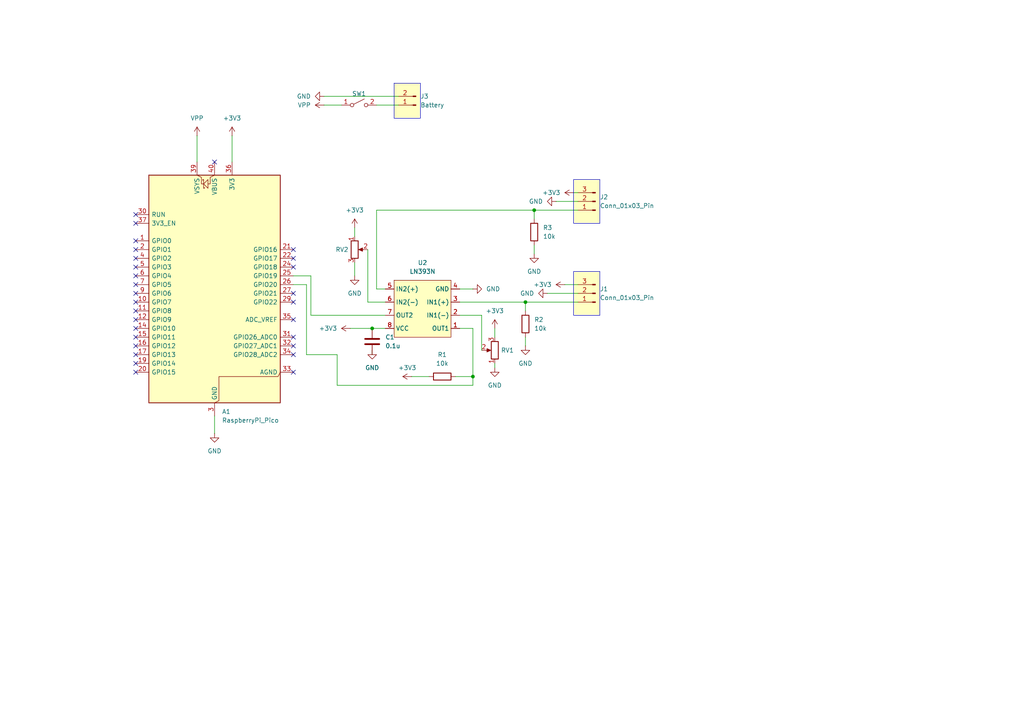
<source format=kicad_sch>
(kicad_sch (version 20250114) (generator "eeschema") (generator_version "9.0")
  (paper "A4")
  (lib_symbols
    (symbol "Connector:Conn_01x02_Pin" (pin_names (offset 1.016) (hide yes))
      (property "Reference" "J3" (at -1.27 -2.5401 0))
      (property "Value" "Battery" (at -1.27 -0.0001 0))
      (symbol "Conn_01x02_Pin_1_1"
        (rectangle (start 0.8636 0.127) (end 0 -0.127) (stroke (width 0.1524)) (fill (type outline)))
        (rectangle (start 0.8636 -2.413) (end 0 -2.667) (stroke (width 0.1524)) (fill (type outline)))
        (polyline (pts (xy 1.27 0) (xy 0.8636 0)) (stroke (width 0.1524)))
        (polyline (pts (xy 1.27 -2.54) (xy 0.8636 -2.54)) (stroke (width 0.1524)))
        (pin power_out line (at 5.08 0 180) (length 3.81) (name "Pin_1") (number "1"))
        (pin input line (at 5.08 -2.54 180) (length 3.81) (name "Pin_2") (number "2"))
      )
    )
    (symbol "Connector:Conn_01x03_Pin" (pin_names (offset 1.016) (hide yes))
      (property "Reference" "J" (at 0 5.08 0))
      (property "Value" "Conn_01x03_Pin" (at 0 -5.08 0))
      (symbol "Conn_01x03_Pin_1_1"
        (rectangle (start 0.8636 2.667) (end 0 2.413) (stroke (width 0.1524)) (fill (type outline)))
        (rectangle (start 0.8636 0.127) (end 0 -0.127) (stroke (width 0.1524)) (fill (type outline)))
        (rectangle (start 0.8636 -2.413) (end 0 -2.667) (stroke (width 0.1524)) (fill (type outline)))
        (polyline (pts (xy 1.27 2.54) (xy 0.8636 2.54)) (stroke (width 0.1524)))
        (polyline (pts (xy 1.27 0) (xy 0.8636 0)) (stroke (width 0.1524)))
        (polyline (pts (xy 1.27 -2.54) (xy 0.8636 -2.54)) (stroke (width 0.1524)))
        (pin passive line (at 5.08 2.54 180) (length 3.81) (name "Pin_1") (number "1"))
        (pin passive line (at 5.08 0 180) (length 3.81) (name "Pin_2") (number "2"))
        (pin passive line (at 5.08 -2.54 180) (length 3.81) (name "Pin_3") (number "3"))
      )
    )
    (symbol "Device:C" (pin_numbers (hide yes)) (pin_names (offset 0.254))
      (property "Reference" "C" (at 0.635 2.54 0))
      (property "Value" "C" (at 0.635 -2.54 0))
      (symbol "C_0_1"
        (polyline (pts (xy -2.032 0.762) (xy 2.032 0.762)) (stroke (width 0.508)))
        (polyline (pts (xy -2.032 -0.762) (xy 2.032 -0.762)) (stroke (width 0.508)))
      )
      (symbol "C_1_1"
        (pin passive line (at 0 3.81 270) (length 2.794) (name "~") (number "1"))
        (pin passive line (at 0 -3.81 90) (length 2.794) (name "~") (number "2"))
      )
    )
    (symbol "Device:R" (pin_numbers (hide yes)) (pin_names (offset 0))
      (property "Reference" "R" (at 2.032 0 90))
      (property "Value" "R" (at 0 0 90))
      (symbol "R_0_1"
        (rectangle (start -1.016 -2.54) (end 1.016 2.54) (stroke (width 0.254)))
      )
      (symbol "R_1_1"
        (pin passive line (at 0 3.81 270) (length 1.27) (name "~") (number "1"))
        (pin passive line (at 0 -3.81 90) (length 1.27) (name "~") (number "2"))
      )
    )
    (symbol "Device:R_Potentiometer" (pin_names (offset 1.016) (hide yes))
      (property "Reference" "RV" (at -4.445 0 90))
      (property "Value" "R_Potentiometer" (at -2.54 0 90))
      (symbol "R_Potentiometer_0_1"
        (rectangle (start 1.016 2.54) (end -1.016 -2.54) (stroke (width 0.254)))
        (polyline (pts (xy 1.143 0) (xy 2.286 0.508) (xy 2.286 -0.508) (xy 1.143 0)) (fill (type outline)))
        (polyline (pts (xy 2.54 0) (xy 1.524 0)))
      )
      (symbol "R_Potentiometer_1_1"
        (pin passive line (at 0 3.81 270) (length 1.27) (name "1") (number "1"))
        (pin passive line (at 0 -3.81 90) (length 1.27) (name "3") (number "3"))
        (pin passive line (at 3.81 0 180) (length 1.27) (name "2") (number "2"))
      )
    )
    (symbol "MCU_Module:RaspberryPi_Pico" (pin_names (offset 0.762))
      (property "Reference" "A" (at -19.05 35.56 0))
      (property "Value" "RaspberryPi_Pico" (at 7.62 35.56 0))
      (symbol "RaspberryPi_Pico_0_1"
        (rectangle (start -19.05 34.29) (end 19.05 -31.75) (stroke (width 0.254)) (fill (type background)))
        (polyline (pts (xy -5.08 34.29) (xy -3.81 33.655) (xy -3.81 31.75) (xy -3.175 31.75)))
        (polyline (pts (xy -3.429 32.766) (xy -3.429 33.02) (xy -3.175 33.02) (xy -3.175 30.48) (xy -2.921 30.48) (xy -2.921 30.734)))
        (polyline (pts (xy -3.175 31.75) (xy -1.905 33.02) (xy -1.905 30.48) (xy -3.175 31.75)))
        (polyline (pts (xy 0 34.29) (xy -1.27 33.655) (xy -1.27 31.75) (xy -1.905 31.75)))
        (polyline (pts (xy 0 -31.75) (xy 1.27 -31.115) (xy 1.27 -24.13) (xy 18.415 -24.13) (xy 19.05 -22.86)))
      )
      (symbol "RaspberryPi_Pico_1_1"
        (pin passive line (at -22.86 22.86 0) (length 3.81) (name "RUN") (number "30"))
        (pin passive line (at -22.86 20.32 0) (length 3.81) (name "3V3_EN") (number "37"))
        (pin bidirectional line (at -22.86 15.24 0) (length 3.81) (name "GPIO0") (number "1"))
        (pin bidirectional line (at -22.86 12.7 0) (length 3.81) (name "GPIO1") (number "2"))
        (pin bidirectional line (at -22.86 10.16 0) (length 3.81) (name "GPIO2") (number "4"))
        (pin bidirectional line (at -22.86 7.62 0) (length 3.81) (name "GPIO3") (number "5"))
        (pin bidirectional line (at -22.86 5.08 0) (length 3.81) (name "GPIO4") (number "6"))
        (pin bidirectional line (at -22.86 2.54 0) (length 3.81) (name "GPIO5") (number "7"))
        (pin bidirectional line (at -22.86 0 0) (length 3.81) (name "GPIO6") (number "9"))
        (pin bidirectional line (at -22.86 -2.54 0) (length 3.81) (name "GPIO7") (number "10"))
        (pin bidirectional line (at -22.86 -5.08 0) (length 3.81) (name "GPIO8") (number "11"))
        (pin bidirectional line (at -22.86 -7.62 0) (length 3.81) (name "GPIO9") (number "12"))
        (pin bidirectional line (at -22.86 -10.16 0) (length 3.81) (name "GPIO10") (number "14"))
        (pin bidirectional line (at -22.86 -12.7 0) (length 3.81) (name "GPIO11") (number "15"))
        (pin bidirectional line (at -22.86 -15.24 0) (length 3.81) (name "GPIO12") (number "16"))
        (pin bidirectional line (at -22.86 -17.78 0) (length 3.81) (name "GPIO13") (number "17"))
        (pin bidirectional line (at -22.86 -20.32 0) (length 3.81) (name "GPIO14") (number "19"))
        (pin bidirectional line (at -22.86 -22.86 0) (length 3.81) (name "GPIO15") (number "20"))
        (pin power_in line (at -5.08 38.1 270) (length 3.81) (name "VSYS") (number "39"))
        (pin power_out line (at 0 38.1 270) (length 3.81) (name "VBUS") (number "40"))
        (pin passive line (at 0 -35.56 90) (length 3.81) (hide yes) (name "GND") (number "13"))
        (pin passive line (at 0 -35.56 90) (length 3.81) (hide yes) (name "GND") (number "18"))
        (pin passive line (at 0 -35.56 90) (length 3.81) (hide yes) (name "GND") (number "23"))
        (pin passive line (at 0 -35.56 90) (length 3.81) (hide yes) (name "GND") (number "28"))
        (pin power_out line (at 0 -35.56 90) (length 3.81) (name "GND") (number "3"))
        (pin passive line (at 0 -35.56 90) (length 3.81) (hide yes) (name "GND") (number "38"))
        (pin passive line (at 0 -35.56 90) (length 3.81) (hide yes) (name "GND") (number "8"))
        (pin power_out line (at 5.08 38.1 270) (length 3.81) (name "3V3") (number "36"))
        (pin bidirectional line (at 22.86 12.7 180) (length 3.81) (name "GPIO16") (number "21"))
        (pin bidirectional line (at 22.86 10.16 180) (length 3.81) (name "GPIO17") (number "22"))
        (pin bidirectional line (at 22.86 7.62 180) (length 3.81) (name "GPIO18") (number "24"))
        (pin bidirectional line (at 22.86 5.08 180) (length 3.81) (name "GPIO19") (number "25"))
        (pin bidirectional line (at 22.86 2.54 180) (length 3.81) (name "GPIO20") (number "26"))
        (pin bidirectional line (at 22.86 0 180) (length 3.81) (name "GPIO21") (number "27"))
        (pin bidirectional line (at 22.86 -2.54 180) (length 3.81) (name "GPIO22") (number "29"))
        (pin power_in line (at 22.86 -7.62 180) (length 3.81) (name "ADC_VREF") (number "35"))
        (pin bidirectional line (at 22.86 -12.7 180) (length 3.81) (name "GPIO26_ADC0") (number "31"))
        (pin bidirectional line (at 22.86 -15.24 180) (length 3.81) (name "GPIO27_ADC1") (number "32"))
        (pin bidirectional line (at 22.86 -17.78 180) (length 3.81) (name "GPIO28_ADC2") (number "34"))
        (pin power_out line (at 22.86 -22.86 180) (length 3.81) (name "AGND") (number "33"))
      )
    )
    (symbol "New_Library:LN393"
      (property "Reference" "U2" (at 1.905 -20.32 0))
      (property "Value" "LN393N" (at 1.905 -17.78 0))
      (symbol "LN393_1_1"
        (rectangle (start -6.35 1.27) (end 10.16 -15.24) (fill (type background)))
        (pin output line (at -8.89 -1.27 0) (length 2.54) (name "OUT1") (number "1"))
        (pin input line (at -8.89 -5.08 0) (length 2.54) (name "IN1(-)") (number "2"))
        (pin input line (at -8.89 -8.89 0) (length 2.54) (name "IN1(+)") (number "3"))
        (pin power_in line (at -8.89 -12.7 0) (length 2.54) (name "GND") (number "4"))
        (pin power_in line (at 12.7 -1.27 180) (length 2.54) (name "VCC") (number "8"))
        (pin output line (at 12.7 -5.08 180) (length 2.54) (name "OUT2") (number "7"))
        (pin input line (at 12.7 -8.89 180) (length 2.54) (name "IN2(-)") (number "6"))
        (pin input line (at 12.7 -12.7 180) (length 2.54) (name "IN2(+)") (number "5"))
      )
    )
    (symbol "Switch:SW_SPST" (pin_names (offset 0) (hide yes))
      (property "Reference" "SW" (at 0 3.175 0))
      (property "Value" "SW_SPST" (at 0 -2.54 0))
      (symbol "SW_SPST_0_0"
        (circle (center -2.032 0) (radius 0.508))
        (polyline (pts (xy -1.524 0.254) (xy 1.524 1.778)))
        (circle (center 2.032 0) (radius 0.508))
      )
      (symbol "SW_SPST_1_1"
        (pin passive line (at -5.08 0 0) (length 2.54) (name "A") (number "1"))
        (pin passive line (at 5.08 0 180) (length 2.54) (name "B") (number "2"))
      )
    )
    (symbol "power:+3V3" (power) (pin_numbers (hide yes)) (pin_names (offset 0) (hide yes))
      (property "Value" "+3V3" (at 0 3.556 0))
      (symbol "+3V3_0_1"
        (polyline (pts (xy -0.762 1.27) (xy 0 2.54)))
        (polyline (pts (xy 0 2.54) (xy 0.762 1.27)))
        (polyline (pts (xy 0 0) (xy 0 2.54)))
      )
      (symbol "+3V3_1_1"
        (pin power_in line (at 0 0 90) (length 0) (name "~") (number "1"))
      )
    )
    (symbol "power:GND" (power) (pin_numbers (hide yes)) (pin_names (offset 0) (hide yes))
      (property "Value" "GND" (at 0 -3.81 0))
      (symbol "GND_0_1"
        (polyline (pts (xy 0 0) (xy 0 -1.27) (xy 1.27 -1.27) (xy 0 -2.54) (xy -1.27 -1.27) (xy 0 -1.27)))
      )
      (symbol "GND_1_1"
        (pin power_in line (at 0 0 270) (length 0) (name "~") (number "1"))
      )
    )
    (symbol "power:VPP" (power) (pin_numbers (hide yes)) (pin_names (offset 0) (hide yes))
      (property "Value" "VPP" (at 0 3.556 0))
      (symbol "VPP_0_1"
        (polyline (pts (xy -0.762 1.27) (xy 0 2.54)))
        (polyline (pts (xy 0 2.54) (xy 0.762 1.27)))
        (polyline (pts (xy 0 0) (xy 0 2.54)))
      )
      (symbol "VPP_1_1"
        (pin power_in line (at 0 0 90) (length 0) (name "~") (number "1"))
      )
    )
  )
  (rectangle (start 114.3 24.13) (end 121.92 34.29) (fill (type color) (color 255 255 194 1)))
  (rectangle (start 166.37 52.07) (end 173.99 64.77) (fill (type color) (color 255 255 194 1)))
  (rectangle (start 166.37 78.74) (end 173.99 91.44) (fill (type color) (color 255 255 194 1)))
  (junction (at 107.95 95.25))
  (junction (at 154.94 60.96))
  (junction (at 152.4 87.63))
  (junction (at 137.16 109.22))
  (no_connect (at 39.37 69.85))
  (no_connect (at 39.37 77.47))
  (no_connect (at 85.09 85.09))
  (no_connect (at 39.37 107.95))
  (no_connect (at 85.09 87.63))
  (no_connect (at 39.37 62.23))
  (no_connect (at 39.37 87.63))
  (no_connect (at 39.37 97.79))
  (no_connect (at 39.37 90.17))
  (no_connect (at 39.37 102.87))
  (no_connect (at 39.37 85.09))
  (no_connect (at 85.09 100.33))
  (no_connect (at 39.37 74.93))
  (no_connect (at 85.09 77.47))
  (no_connect (at 85.09 92.71))
  (no_connect (at 85.09 102.87))
  (no_connect (at 39.37 95.25))
  (no_connect (at 39.37 100.33))
  (no_connect (at 62.23 46.99))
  (no_connect (at 39.37 72.39))
  (no_connect (at 85.09 74.93))
  (no_connect (at 85.09 72.39))
  (no_connect (at 39.37 64.77))
  (no_connect (at 39.37 92.71))
  (no_connect (at 85.09 97.79))
  (no_connect (at 39.37 80.01))
  (no_connect (at 85.09 107.95))
  (no_connect (at 39.37 82.55))
  (no_connect (at 39.37 105.41))
  (wire (pts (xy 137.16 111.76) (xy 137.16 109.22)))
  (wire (pts (xy 152.4 87.63) (xy 152.4 90.17)))
  (wire (pts (xy 143.51 95.25) (xy 143.51 97.79)))
  (wire (pts (xy 154.94 60.96) (xy 154.94 63.5)))
  (wire (pts (xy 166.37 55.88) (xy 167.64 55.88)))
  (wire (pts (xy 90.17 91.44) (xy 90.17 80.01)))
  (wire (pts (xy 139.7 91.44) (xy 139.7 101.6)))
  (wire (pts (xy 97.79 111.76) (xy 137.16 111.76)))
  (wire (pts (xy 137.16 95.25) (xy 133.35 95.25)))
  (wire (pts (xy 93.98 27.94) (xy 115.57 27.94)))
  (wire (pts (xy 107.95 95.25) (xy 111.76 95.25)))
  (wire (pts (xy 158.75 85.09) (xy 167.64 85.09)))
  (wire (pts (xy 67.31 39.37) (xy 67.31 46.99)))
  (wire (pts (xy 62.23 120.65) (xy 62.23 125.73)))
  (wire (pts (xy 152.4 87.63) (xy 167.64 87.63)))
  (wire (pts (xy 133.35 87.63) (xy 152.4 87.63)))
  (wire (pts (xy 102.87 66.04) (xy 102.87 68.58)))
  (wire (pts (xy 109.22 60.96) (xy 154.94 60.96)))
  (wire (pts (xy 152.4 97.79) (xy 152.4 100.33)))
  (wire (pts (xy 102.87 76.2) (xy 102.87 80.01)))
  (wire (pts (xy 119.38 109.22) (xy 124.46 109.22)))
  (wire (pts (xy 109.22 83.82) (xy 111.76 83.82)))
  (wire (pts (xy 88.9 102.87) (xy 88.9 82.55)))
  (wire (pts (xy 106.68 87.63) (xy 111.76 87.63)))
  (wire (pts (xy 90.17 91.44) (xy 111.76 91.44)))
  (wire (pts (xy 97.79 102.87) (xy 97.79 111.76)))
  (wire (pts (xy 109.22 30.48) (xy 115.57 30.48)))
  (wire (pts (xy 154.94 60.96) (xy 167.64 60.96)))
  (wire (pts (xy 132.08 109.22) (xy 137.16 109.22)))
  (wire (pts (xy 101.6 95.25) (xy 107.95 95.25)))
  (wire (pts (xy 161.29 58.42) (xy 167.64 58.42)))
  (wire (pts (xy 57.15 39.37) (xy 57.15 46.99)))
  (wire (pts (xy 143.51 105.41) (xy 143.51 106.68)))
  (wire (pts (xy 137.16 95.25) (xy 137.16 109.22)))
  (wire (pts (xy 109.22 60.96) (xy 109.22 83.82)))
  (wire (pts (xy 133.35 91.44) (xy 139.7 91.44)))
  (wire (pts (xy 154.94 71.12) (xy 154.94 73.66)))
  (wire (pts (xy 133.35 83.82) (xy 137.16 83.82)))
  (wire (pts (xy 163.83 82.55) (xy 167.64 82.55)))
  (wire (pts (xy 90.17 80.01) (xy 85.09 80.01)))
  (wire (pts (xy 88.9 82.55) (xy 85.09 82.55)))
  (wire (pts (xy 97.79 102.87) (xy 88.9 102.87)))
  (wire (pts (xy 106.68 72.39) (xy 106.68 87.63)))
  (wire (pts (xy 107.95 101.6) (xy 107.95 102.87)))
  (wire (pts (xy 93.98 30.48) (xy 99.06 30.48)))
  (symbol (lib_id "power:GND") (at 137.16 83.82 90) (unit 1)
    (property "Reference" "#PWR015" (effects (hide yes)))
    (property "Value" "GND" (at 140.97 83.8199 90) (effects (justify right)))
    (property "Description" "Power symbol creates a global label with name \"GND\" , ground" (effects (hide yes)))
  )
  (symbol (lib_id "Device:R_Potentiometer") (at 102.87 72.39 0) (unit 1)
    (property "Reference" "RV2" (at 101.092 72.39 0) (effects (justify right)))
    (property "Value" "R_Potentiometer" (effects (hide yes)))
    (property "Footprint" "Potentiometer_THT:Potentiometer_Bourns_3296P_Horizontal" (effects (hide yes)))
    (property "Description" "Potentiometer" (effects (hide yes)))
  )
  (symbol (lib_id "power:GND") (at 161.29 58.42 270) (unit 1)
    (property "Reference" "#PWR012" (effects (hide yes)))
    (property "Value" "GND" (at 157.48 58.4199 90) (effects (justify right)))
    (property "Description" "Power symbol creates a global label with name \"GND\" , ground" (effects (hide yes)))
  )
  (symbol (lib_id "power:GND") (at 154.94 73.66 0) (unit 1)
    (property "Reference" "#PWR011" (effects (hide yes)))
    (property "Value" "GND" (at 154.94 78.74 0))
    (property "Description" "Power symbol creates a global label with name \"GND\" , ground" (effects (hide yes)))
  )
  (symbol (lib_id "power:+3V3") (at 67.31 39.37 0) (unit 1)
    (property "Reference" "#PWR04" (effects (hide yes)))
    (property "Value" "+3V3" (at 67.31 34.29 0))
    (property "Description" "Power symbol creates a global label with name \"+3V3\"" (effects (hide yes)))
  )
  (symbol (lib_id "power:GND") (at 152.4 100.33 0) (unit 1)
    (property "Reference" "#PWR010" (effects (hide yes)))
    (property "Value" "GND" (at 152.4 105.41 0))
    (property "Description" "Power symbol creates a global label with name \"GND\" , ground" (effects (hide yes)))
  )
  (symbol (lib_id "power:+3V3") (at 166.37 55.88 90) (unit 1)
    (property "Reference" "#PWR013" (effects (hide yes)))
    (property "Value" "+3V3" (at 162.56 55.8799 90) (effects (justify left)))
    (property "Description" "Power symbol creates a global label with name \"+3V3\"" (effects (hide yes)))
  )
  (symbol (lib_id "power:GND") (at 62.23 125.73 0) (unit 1)
    (property "Reference" "#PWR01" (effects (hide yes)))
    (property "Value" "GND" (at 62.23 130.81 0))
    (property "Description" "Power symbol creates a global label with name \"GND\" , ground" (effects (hide yes)))
  )
  (symbol (lib_id "Switch:SW_SPST") (at 104.14 30.48 0) (unit 1)
    (property "Reference" "SW1" (at 104.14 27.178 0))
    (property "Value" "SW_SPST" (effects (hide yes)))
    (property "Footprint" "Button_Switch_THT:SW_Slide-03_Wuerth-WS-SLTV_10x2.5x6.4_P2.54mm" (effects (hide yes)))
    (property "Description" "Single Pole Single Throw (SPST) switch" (effects (hide yes)))
  )
  (symbol (lib_id "Connector:Conn_01x02_Pin") (at 120.65 30.48 180) (unit 1)
    (property "Reference" "J3" (at 121.92 27.9399 0) (effects (justify right)))
    (property "Value" "Battery" (at 121.92 30.4799 0) (effects (justify right)))
    (property "Footprint" "Connector_JST:JST_PH_B2B-PH-K_1x02_P2.00mm_Vertical" (effects (hide yes)))
    (property "Description" "Generic connector, single row, 01x02, script generated" (effects (hide yes)))
  )
  (symbol (lib_id "power:GND") (at 158.75 85.09 270) (unit 1)
    (property "Reference" "#PWR09" (effects (hide yes)))
    (property "Value" "GND" (at 154.94 85.0899 90) (effects (justify right)))
    (property "Description" "Power symbol creates a global label with name \"GND\" , ground" (effects (hide yes)))
  )
  (symbol (lib_id "power:VPP") (at 57.15 39.37 0) (unit 1)
    (property "Reference" "#PWR017" (effects (hide yes)))
    (property "Value" "VPP" (at 57.15 34.29 0))
    (property "Description" "Power symbol creates a global label with name \"VPP\"" (effects (hide yes)))
  )
  (symbol (lib_id "power:+3V3") (at 119.38 109.22 90) (unit 1)
    (property "Reference" "#PWR05" (effects (hide yes)))
    (property "Value" "+3V3" (at 118.11 106.68 90))
    (property "Description" "Power symbol creates a global label with name \"+3V3\"" (effects (hide yes)))
  )
  (symbol (lib_id "MCU_Module:RaspberryPi_Pico") (at 62.23 85.09 0) (unit 1)
    (property "Reference" "A1" (at 64.3733 119.38 0) (effects (justify left)))
    (property "Value" "RaspberryPi_Pico" (at 64.3733 121.92 0) (effects (justify left)))
    (property "Footprint" "Module:RaspberryPi_Pico_Common_Unspecified" (effects (hide yes)))
    (property "Datasheet" "https://datasheets.raspberrypi.com/pico/pico-datasheet.pdf" (effects (hide yes)))
    (property "Description" "Versatile and inexpensive microcontroller module powered by RP2040 dual-core Arm Cortex-M0+ processor up to 133 MHz, 264kB SRAM, 2MB QSPI flash; also supports Raspberry Pi Pico 2" (effects (hide yes)))
  )
  (symbol (lib_id "power:+3V3") (at 163.83 82.55 90) (unit 1)
    (property "Reference" "#PWR08" (effects (hide yes)))
    (property "Value" "+3V3" (at 160.02 82.5499 90) (effects (justify left)))
    (property "Description" "Power symbol creates a global label with name \"+3V3\"" (effects (hide yes)))
  )
  (symbol (lib_id "Device:R_Potentiometer") (at 143.51 101.6 180) (unit 1)
    (property "Reference" "RV1" (at 145.288 101.6 0) (effects (justify right)))
    (property "Value" "R_Potentiometer" (effects (hide yes)))
    (property "Footprint" "Potentiometer_THT:Potentiometer_Bourns_3296P_Horizontal" (effects (hide yes)))
    (property "Description" "Potentiometer" (effects (hide yes)))
  )
  (symbol (lib_id "power:+3V3") (at 143.51 95.25 0) (unit 1)
    (property "Reference" "#PWR07" (effects (hide yes)))
    (property "Value" "+3V3" (at 143.51 90.17 0))
    (property "Description" "Power symbol creates a global label with name \"+3V3\"" (effects (hide yes)))
  )
  (symbol (lib_id "power:GND") (at 93.98 27.94 270) (unit 1)
    (property "Reference" "#PWR019" (effects (hide yes)))
    (property "Value" "GND" (at 90.17 27.9399 90) (effects (justify right)))
    (property "Description" "Power symbol creates a global label with name \"GND\" , ground" (effects (hide yes)))
  )
  (symbol (lib_id "power:+3V3") (at 102.87 66.04 0) (unit 1)
    (property "Reference" "#PWR06" (effects (hide yes)))
    (property "Value" "+3V3" (at 102.87 60.96 0))
    (property "Description" "Power symbol creates a global label with name \"+3V3\"" (effects (hide yes)))
  )
  (symbol (lib_id "Device:R") (at 128.27 109.22 90) (unit 1)
    (property "Reference" "R1" (at 128.27 102.87 90))
    (property "Value" "10k" (at 128.27 105.41 90))
    (property "Footprint" "Resistor_THT:R_Axial_DIN0207_L6.3mm_D2.5mm_P7.62mm_Horizontal" (effects (hide yes)))
    (property "Description" "Resistor" (effects (hide yes)))
  )
  (symbol (lib_id "power:GND") (at 143.51 106.68 0) (unit 1)
    (property "Reference" "#PWR014" (effects (hide yes)))
    (property "Value" "GND" (at 143.51 111.76 0))
    (property "Description" "Power symbol creates a global label with name \"GND\" , ground" (effects (hide yes)))
  )
  (symbol (lib_id "Device:R") (at 152.4 93.98 0) (unit 1)
    (property "Reference" "R2" (at 154.94 92.7099 0) (effects (justify left)))
    (property "Value" "10k" (at 154.94 95.2499 0) (effects (justify left)))
    (property "Footprint" "Resistor_THT:R_Axial_DIN0207_L6.3mm_D2.5mm_P7.62mm_Horizontal" (effects (hide yes)))
    (property "Description" "Resistor" (effects (hide yes)))
  )
  (symbol (lib_id "power:GND") (at 107.95 101.6 0) (unit 1)
    (property "Reference" "#PWR02" (effects (hide yes)))
    (property "Value" "GND" (at 107.95 106.68 0))
    (property "Description" "Power symbol creates a global label with name \"GND\" , ground" (effects (hide yes)))
  )
  (symbol (lib_id "power:GND") (at 102.87 80.01 0) (unit 1)
    (property "Reference" "#PWR03" (effects (hide yes)))
    (property "Value" "GND" (at 102.87 85.09 0))
    (property "Description" "Power symbol creates a global label with name \"GND\" , ground" (effects (hide yes)))
  )
  (symbol (lib_id "power:+3V3") (at 101.6 95.25 90) (unit 1)
    (property "Reference" "#PWR016" (effects (hide yes)))
    (property "Value" "+3V3" (at 97.79 95.2499 90) (effects (justify left)))
    (property "Description" "Power symbol creates a global label with name \"+3V3\"" (effects (hide yes)))
  )
  (symbol (lib_id "Connector:Conn_01x03_Pin") (at 172.72 58.42 180) (unit 1)
    (property "Reference" "J2" (at 173.99 57.1499 0) (effects (justify right)))
    (property "Value" "Conn_01x03_Pin" (at 173.99 59.6899 0) (effects (justify right)))
    (property "Footprint" "Connector_JST:JST_PH_B3B-PH-K_1x03_P2.00mm_Vertical" (effects (hide yes)))
    (property "Description" "Generic connector, single row, 01x03, script generated" (effects (hide yes)))
  )
  (symbol (lib_id "Device:R") (at 154.94 67.31 0) (unit 1)
    (property "Reference" "R3" (at 157.48 66.0399 0) (effects (justify left)))
    (property "Value" "10k" (at 157.48 68.5799 0) (effects (justify left)))
    (property "Footprint" "Resistor_THT:R_Axial_DIN0207_L6.3mm_D2.5mm_P7.62mm_Horizontal" (effects (hide yes)))
    (property "Description" "Resistor" (effects (hide yes)))
  )
  (symbol (lib_id "Device:C") (at 107.95 99.06 0) (unit 1)
    (property "Reference" "C1" (at 111.76 97.7899 0) (effects (justify left)))
    (property "Value" "0.1u" (at 111.76 100.3299 0) (effects (justify left)))
    (property "Footprint" "Capacitor_THT:C_Axial_L5.1mm_D3.1mm_P10.00mm_Horizontal" (effects (hide yes)))
    (property "Description" "Unpolarized capacitor" (effects (hide yes)))
  )
  (symbol (lib_id "power:VPP") (at 93.98 30.48 90) (unit 1)
    (property "Reference" "#PWR018" (effects (hide yes)))
    (property "Value" "VPP" (at 90.17 30.4799 90) (effects (justify left)))
    (property "Description" "Power symbol creates a global label with name \"VPP\"" (effects (hide yes)))
  )
  (symbol (lib_id "New_Library:LN393") (at 124.46 96.52 180) (unit 1)
    (property "Reference" "U2" (at 122.555 76.2 0))
    (property "Value" "LN393N" (at 122.555 78.74 0))
    (property "Footprint" "Package_DIP:CERDIP-8_W7.62mm_SideBrazed" (effects (hide yes)))
  )
  (symbol (lib_id "Connector:Conn_01x03_Pin") (at 172.72 85.09 180) (unit 1)
    (property "Reference" "J1" (at 173.99 83.8199 0) (effects (justify right)))
    (property "Value" "Conn_01x03_Pin" (at 173.99 86.3599 0) (effects (justify right)))
    (property "Footprint" "Connector_JST:JST_PH_B3B-PH-K_1x03_P2.00mm_Vertical" (effects (hide yes)))
    (property "Description" "Generic connector, single row, 01x03, script generated" (effects (hide yes)))
  )
)
</source>
